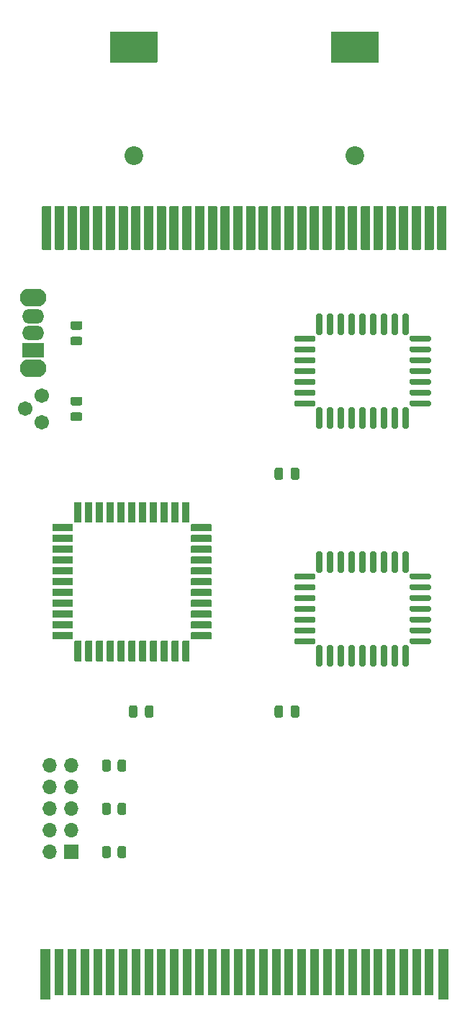
<source format=gts>
%TF.GenerationSoftware,KiCad,Pcbnew,(5.1.10-1-10_14)*%
%TF.CreationDate,2023-03-17T01:48:03+08:00*%
%TF.ProjectId,GB_MemoryBackup_Mainboard,47425f4d-656d-46f7-9279-4261636b7570,1.1*%
%TF.SameCoordinates,Original*%
%TF.FileFunction,Soldermask,Top*%
%TF.FilePolarity,Negative*%
%FSLAX46Y46*%
G04 Gerber Fmt 4.6, Leading zero omitted, Abs format (unit mm)*
G04 Created by KiCad (PCBNEW (5.1.10-1-10_14)) date 2023-03-17 01:48:03*
%MOMM*%
%LPD*%
G01*
G04 APERTURE LIST*
%ADD10R,1.300000X6.000000*%
%ADD11R,1.000000X5.500000*%
%ADD12C,1.702000*%
%ADD13O,3.102000X2.102000*%
%ADD14O,2.602000X1.702000*%
%ADD15R,1.700000X1.700000*%
%ADD16O,1.700000X1.700000*%
%ADD17C,2.200000*%
G04 APERTURE END LIST*
%TO.C,U2*%
G36*
G01*
X97782500Y-79736000D02*
X95641500Y-79736000D01*
G75*
G02*
X95461000Y-79555500I0J180500D01*
G01*
X95461000Y-79194500D01*
G75*
G02*
X95641500Y-79014000I180500J0D01*
G01*
X97782500Y-79014000D01*
G75*
G02*
X97963000Y-79194500I0J-180500D01*
G01*
X97963000Y-79555500D01*
G75*
G02*
X97782500Y-79736000I-180500J0D01*
G01*
G37*
G36*
G01*
X97782500Y-78466000D02*
X95641500Y-78466000D01*
G75*
G02*
X95461000Y-78285500I0J180500D01*
G01*
X95461000Y-77924500D01*
G75*
G02*
X95641500Y-77744000I180500J0D01*
G01*
X97782500Y-77744000D01*
G75*
G02*
X97963000Y-77924500I0J-180500D01*
G01*
X97963000Y-78285500D01*
G75*
G02*
X97782500Y-78466000I-180500J0D01*
G01*
G37*
G36*
G01*
X97782500Y-77196000D02*
X95641500Y-77196000D01*
G75*
G02*
X95461000Y-77015500I0J180500D01*
G01*
X95461000Y-76654500D01*
G75*
G02*
X95641500Y-76474000I180500J0D01*
G01*
X97782500Y-76474000D01*
G75*
G02*
X97963000Y-76654500I0J-180500D01*
G01*
X97963000Y-77015500D01*
G75*
G02*
X97782500Y-77196000I-180500J0D01*
G01*
G37*
G36*
G01*
X98605500Y-76393000D02*
X98244500Y-76393000D01*
G75*
G02*
X98064000Y-76212500I0J180500D01*
G01*
X98064000Y-74071500D01*
G75*
G02*
X98244500Y-73891000I180500J0D01*
G01*
X98605500Y-73891000D01*
G75*
G02*
X98786000Y-74071500I0J-180500D01*
G01*
X98786000Y-76212500D01*
G75*
G02*
X98605500Y-76393000I-180500J0D01*
G01*
G37*
G36*
G01*
X99875500Y-76393000D02*
X99514500Y-76393000D01*
G75*
G02*
X99334000Y-76212500I0J180500D01*
G01*
X99334000Y-74071500D01*
G75*
G02*
X99514500Y-73891000I180500J0D01*
G01*
X99875500Y-73891000D01*
G75*
G02*
X100056000Y-74071500I0J-180500D01*
G01*
X100056000Y-76212500D01*
G75*
G02*
X99875500Y-76393000I-180500J0D01*
G01*
G37*
G36*
G01*
X101145500Y-76393000D02*
X100784500Y-76393000D01*
G75*
G02*
X100604000Y-76212500I0J180500D01*
G01*
X100604000Y-74071500D01*
G75*
G02*
X100784500Y-73891000I180500J0D01*
G01*
X101145500Y-73891000D01*
G75*
G02*
X101326000Y-74071500I0J-180500D01*
G01*
X101326000Y-76212500D01*
G75*
G02*
X101145500Y-76393000I-180500J0D01*
G01*
G37*
G36*
G01*
X102415500Y-76393000D02*
X102054500Y-76393000D01*
G75*
G02*
X101874000Y-76212500I0J180500D01*
G01*
X101874000Y-74071500D01*
G75*
G02*
X102054500Y-73891000I180500J0D01*
G01*
X102415500Y-73891000D01*
G75*
G02*
X102596000Y-74071500I0J-180500D01*
G01*
X102596000Y-76212500D01*
G75*
G02*
X102415500Y-76393000I-180500J0D01*
G01*
G37*
G36*
G01*
X103685500Y-76393000D02*
X103324500Y-76393000D01*
G75*
G02*
X103144000Y-76212500I0J180500D01*
G01*
X103144000Y-74071500D01*
G75*
G02*
X103324500Y-73891000I180500J0D01*
G01*
X103685500Y-73891000D01*
G75*
G02*
X103866000Y-74071500I0J-180500D01*
G01*
X103866000Y-76212500D01*
G75*
G02*
X103685500Y-76393000I-180500J0D01*
G01*
G37*
G36*
G01*
X104955500Y-76393000D02*
X104594500Y-76393000D01*
G75*
G02*
X104414000Y-76212500I0J180500D01*
G01*
X104414000Y-74071500D01*
G75*
G02*
X104594500Y-73891000I180500J0D01*
G01*
X104955500Y-73891000D01*
G75*
G02*
X105136000Y-74071500I0J-180500D01*
G01*
X105136000Y-76212500D01*
G75*
G02*
X104955500Y-76393000I-180500J0D01*
G01*
G37*
G36*
G01*
X106225500Y-76393000D02*
X105864500Y-76393000D01*
G75*
G02*
X105684000Y-76212500I0J180500D01*
G01*
X105684000Y-74071500D01*
G75*
G02*
X105864500Y-73891000I180500J0D01*
G01*
X106225500Y-73891000D01*
G75*
G02*
X106406000Y-74071500I0J-180500D01*
G01*
X106406000Y-76212500D01*
G75*
G02*
X106225500Y-76393000I-180500J0D01*
G01*
G37*
G36*
G01*
X107495500Y-76393000D02*
X107134500Y-76393000D01*
G75*
G02*
X106954000Y-76212500I0J180500D01*
G01*
X106954000Y-74071500D01*
G75*
G02*
X107134500Y-73891000I180500J0D01*
G01*
X107495500Y-73891000D01*
G75*
G02*
X107676000Y-74071500I0J-180500D01*
G01*
X107676000Y-76212500D01*
G75*
G02*
X107495500Y-76393000I-180500J0D01*
G01*
G37*
G36*
G01*
X108765500Y-76393000D02*
X108404500Y-76393000D01*
G75*
G02*
X108224000Y-76212500I0J180500D01*
G01*
X108224000Y-74071500D01*
G75*
G02*
X108404500Y-73891000I180500J0D01*
G01*
X108765500Y-73891000D01*
G75*
G02*
X108946000Y-74071500I0J-180500D01*
G01*
X108946000Y-76212500D01*
G75*
G02*
X108765500Y-76393000I-180500J0D01*
G01*
G37*
G36*
G01*
X111368500Y-77196000D02*
X109227500Y-77196000D01*
G75*
G02*
X109047000Y-77015500I0J180500D01*
G01*
X109047000Y-76654500D01*
G75*
G02*
X109227500Y-76474000I180500J0D01*
G01*
X111368500Y-76474000D01*
G75*
G02*
X111549000Y-76654500I0J-180500D01*
G01*
X111549000Y-77015500D01*
G75*
G02*
X111368500Y-77196000I-180500J0D01*
G01*
G37*
G36*
G01*
X111368500Y-78466000D02*
X109227500Y-78466000D01*
G75*
G02*
X109047000Y-78285500I0J180500D01*
G01*
X109047000Y-77924500D01*
G75*
G02*
X109227500Y-77744000I180500J0D01*
G01*
X111368500Y-77744000D01*
G75*
G02*
X111549000Y-77924500I0J-180500D01*
G01*
X111549000Y-78285500D01*
G75*
G02*
X111368500Y-78466000I-180500J0D01*
G01*
G37*
G36*
G01*
X111368500Y-79736000D02*
X109227500Y-79736000D01*
G75*
G02*
X109047000Y-79555500I0J180500D01*
G01*
X109047000Y-79194500D01*
G75*
G02*
X109227500Y-79014000I180500J0D01*
G01*
X111368500Y-79014000D01*
G75*
G02*
X111549000Y-79194500I0J-180500D01*
G01*
X111549000Y-79555500D01*
G75*
G02*
X111368500Y-79736000I-180500J0D01*
G01*
G37*
G36*
G01*
X111368500Y-81006000D02*
X109227500Y-81006000D01*
G75*
G02*
X109047000Y-80825500I0J180500D01*
G01*
X109047000Y-80464500D01*
G75*
G02*
X109227500Y-80284000I180500J0D01*
G01*
X111368500Y-80284000D01*
G75*
G02*
X111549000Y-80464500I0J-180500D01*
G01*
X111549000Y-80825500D01*
G75*
G02*
X111368500Y-81006000I-180500J0D01*
G01*
G37*
G36*
G01*
X111368500Y-82276000D02*
X109227500Y-82276000D01*
G75*
G02*
X109047000Y-82095500I0J180500D01*
G01*
X109047000Y-81734500D01*
G75*
G02*
X109227500Y-81554000I180500J0D01*
G01*
X111368500Y-81554000D01*
G75*
G02*
X111549000Y-81734500I0J-180500D01*
G01*
X111549000Y-82095500D01*
G75*
G02*
X111368500Y-82276000I-180500J0D01*
G01*
G37*
G36*
G01*
X111368500Y-83546000D02*
X109227500Y-83546000D01*
G75*
G02*
X109047000Y-83365500I0J180500D01*
G01*
X109047000Y-83004500D01*
G75*
G02*
X109227500Y-82824000I180500J0D01*
G01*
X111368500Y-82824000D01*
G75*
G02*
X111549000Y-83004500I0J-180500D01*
G01*
X111549000Y-83365500D01*
G75*
G02*
X111368500Y-83546000I-180500J0D01*
G01*
G37*
G36*
G01*
X111368500Y-84816000D02*
X109227500Y-84816000D01*
G75*
G02*
X109047000Y-84635500I0J180500D01*
G01*
X109047000Y-84274500D01*
G75*
G02*
X109227500Y-84094000I180500J0D01*
G01*
X111368500Y-84094000D01*
G75*
G02*
X111549000Y-84274500I0J-180500D01*
G01*
X111549000Y-84635500D01*
G75*
G02*
X111368500Y-84816000I-180500J0D01*
G01*
G37*
G36*
G01*
X108765500Y-87399000D02*
X108404500Y-87399000D01*
G75*
G02*
X108224000Y-87218500I0J180500D01*
G01*
X108224000Y-85077500D01*
G75*
G02*
X108404500Y-84897000I180500J0D01*
G01*
X108765500Y-84897000D01*
G75*
G02*
X108946000Y-85077500I0J-180500D01*
G01*
X108946000Y-87218500D01*
G75*
G02*
X108765500Y-87399000I-180500J0D01*
G01*
G37*
G36*
G01*
X107495500Y-87399000D02*
X107134500Y-87399000D01*
G75*
G02*
X106954000Y-87218500I0J180500D01*
G01*
X106954000Y-85077500D01*
G75*
G02*
X107134500Y-84897000I180500J0D01*
G01*
X107495500Y-84897000D01*
G75*
G02*
X107676000Y-85077500I0J-180500D01*
G01*
X107676000Y-87218500D01*
G75*
G02*
X107495500Y-87399000I-180500J0D01*
G01*
G37*
G36*
G01*
X106225500Y-87399000D02*
X105864500Y-87399000D01*
G75*
G02*
X105684000Y-87218500I0J180500D01*
G01*
X105684000Y-85077500D01*
G75*
G02*
X105864500Y-84897000I180500J0D01*
G01*
X106225500Y-84897000D01*
G75*
G02*
X106406000Y-85077500I0J-180500D01*
G01*
X106406000Y-87218500D01*
G75*
G02*
X106225500Y-87399000I-180500J0D01*
G01*
G37*
G36*
G01*
X104955500Y-87399000D02*
X104594500Y-87399000D01*
G75*
G02*
X104414000Y-87218500I0J180500D01*
G01*
X104414000Y-85077500D01*
G75*
G02*
X104594500Y-84897000I180500J0D01*
G01*
X104955500Y-84897000D01*
G75*
G02*
X105136000Y-85077500I0J-180500D01*
G01*
X105136000Y-87218500D01*
G75*
G02*
X104955500Y-87399000I-180500J0D01*
G01*
G37*
G36*
G01*
X103685500Y-87399000D02*
X103324500Y-87399000D01*
G75*
G02*
X103144000Y-87218500I0J180500D01*
G01*
X103144000Y-85077500D01*
G75*
G02*
X103324500Y-84897000I180500J0D01*
G01*
X103685500Y-84897000D01*
G75*
G02*
X103866000Y-85077500I0J-180500D01*
G01*
X103866000Y-87218500D01*
G75*
G02*
X103685500Y-87399000I-180500J0D01*
G01*
G37*
G36*
G01*
X102415500Y-87399000D02*
X102054500Y-87399000D01*
G75*
G02*
X101874000Y-87218500I0J180500D01*
G01*
X101874000Y-85077500D01*
G75*
G02*
X102054500Y-84897000I180500J0D01*
G01*
X102415500Y-84897000D01*
G75*
G02*
X102596000Y-85077500I0J-180500D01*
G01*
X102596000Y-87218500D01*
G75*
G02*
X102415500Y-87399000I-180500J0D01*
G01*
G37*
G36*
G01*
X101145500Y-87399000D02*
X100784500Y-87399000D01*
G75*
G02*
X100604000Y-87218500I0J180500D01*
G01*
X100604000Y-85077500D01*
G75*
G02*
X100784500Y-84897000I180500J0D01*
G01*
X101145500Y-84897000D01*
G75*
G02*
X101326000Y-85077500I0J-180500D01*
G01*
X101326000Y-87218500D01*
G75*
G02*
X101145500Y-87399000I-180500J0D01*
G01*
G37*
G36*
G01*
X99875500Y-87399000D02*
X99514500Y-87399000D01*
G75*
G02*
X99334000Y-87218500I0J180500D01*
G01*
X99334000Y-85077500D01*
G75*
G02*
X99514500Y-84897000I180500J0D01*
G01*
X99875500Y-84897000D01*
G75*
G02*
X100056000Y-85077500I0J-180500D01*
G01*
X100056000Y-87218500D01*
G75*
G02*
X99875500Y-87399000I-180500J0D01*
G01*
G37*
G36*
G01*
X98605500Y-87399000D02*
X98244500Y-87399000D01*
G75*
G02*
X98064000Y-87218500I0J180500D01*
G01*
X98064000Y-85077500D01*
G75*
G02*
X98244500Y-84897000I180500J0D01*
G01*
X98605500Y-84897000D01*
G75*
G02*
X98786000Y-85077500I0J-180500D01*
G01*
X98786000Y-87218500D01*
G75*
G02*
X98605500Y-87399000I-180500J0D01*
G01*
G37*
G36*
G01*
X97782500Y-84816000D02*
X95641500Y-84816000D01*
G75*
G02*
X95461000Y-84635500I0J180500D01*
G01*
X95461000Y-84274500D01*
G75*
G02*
X95641500Y-84094000I180500J0D01*
G01*
X97782500Y-84094000D01*
G75*
G02*
X97963000Y-84274500I0J-180500D01*
G01*
X97963000Y-84635500D01*
G75*
G02*
X97782500Y-84816000I-180500J0D01*
G01*
G37*
G36*
G01*
X97782500Y-83546000D02*
X95641500Y-83546000D01*
G75*
G02*
X95461000Y-83365500I0J180500D01*
G01*
X95461000Y-83004500D01*
G75*
G02*
X95641500Y-82824000I180500J0D01*
G01*
X97782500Y-82824000D01*
G75*
G02*
X97963000Y-83004500I0J-180500D01*
G01*
X97963000Y-83365500D01*
G75*
G02*
X97782500Y-83546000I-180500J0D01*
G01*
G37*
G36*
G01*
X97782500Y-82276000D02*
X95641500Y-82276000D01*
G75*
G02*
X95461000Y-82095500I0J180500D01*
G01*
X95461000Y-81734500D01*
G75*
G02*
X95641500Y-81554000I180500J0D01*
G01*
X97782500Y-81554000D01*
G75*
G02*
X97963000Y-81734500I0J-180500D01*
G01*
X97963000Y-82095500D01*
G75*
G02*
X97782500Y-82276000I-180500J0D01*
G01*
G37*
G36*
G01*
X97782500Y-81006000D02*
X95641500Y-81006000D01*
G75*
G02*
X95461000Y-80825500I0J180500D01*
G01*
X95461000Y-80464500D01*
G75*
G02*
X95641500Y-80284000I180500J0D01*
G01*
X97782500Y-80284000D01*
G75*
G02*
X97963000Y-80464500I0J-180500D01*
G01*
X97963000Y-80825500D01*
G75*
G02*
X97782500Y-81006000I-180500J0D01*
G01*
G37*
%TD*%
%TO.C,U1*%
G36*
G01*
X97782500Y-107676000D02*
X95641500Y-107676000D01*
G75*
G02*
X95461000Y-107495500I0J180500D01*
G01*
X95461000Y-107134500D01*
G75*
G02*
X95641500Y-106954000I180500J0D01*
G01*
X97782500Y-106954000D01*
G75*
G02*
X97963000Y-107134500I0J-180500D01*
G01*
X97963000Y-107495500D01*
G75*
G02*
X97782500Y-107676000I-180500J0D01*
G01*
G37*
G36*
G01*
X97782500Y-106406000D02*
X95641500Y-106406000D01*
G75*
G02*
X95461000Y-106225500I0J180500D01*
G01*
X95461000Y-105864500D01*
G75*
G02*
X95641500Y-105684000I180500J0D01*
G01*
X97782500Y-105684000D01*
G75*
G02*
X97963000Y-105864500I0J-180500D01*
G01*
X97963000Y-106225500D01*
G75*
G02*
X97782500Y-106406000I-180500J0D01*
G01*
G37*
G36*
G01*
X97782500Y-105136000D02*
X95641500Y-105136000D01*
G75*
G02*
X95461000Y-104955500I0J180500D01*
G01*
X95461000Y-104594500D01*
G75*
G02*
X95641500Y-104414000I180500J0D01*
G01*
X97782500Y-104414000D01*
G75*
G02*
X97963000Y-104594500I0J-180500D01*
G01*
X97963000Y-104955500D01*
G75*
G02*
X97782500Y-105136000I-180500J0D01*
G01*
G37*
G36*
G01*
X98605500Y-104333000D02*
X98244500Y-104333000D01*
G75*
G02*
X98064000Y-104152500I0J180500D01*
G01*
X98064000Y-102011500D01*
G75*
G02*
X98244500Y-101831000I180500J0D01*
G01*
X98605500Y-101831000D01*
G75*
G02*
X98786000Y-102011500I0J-180500D01*
G01*
X98786000Y-104152500D01*
G75*
G02*
X98605500Y-104333000I-180500J0D01*
G01*
G37*
G36*
G01*
X99875500Y-104333000D02*
X99514500Y-104333000D01*
G75*
G02*
X99334000Y-104152500I0J180500D01*
G01*
X99334000Y-102011500D01*
G75*
G02*
X99514500Y-101831000I180500J0D01*
G01*
X99875500Y-101831000D01*
G75*
G02*
X100056000Y-102011500I0J-180500D01*
G01*
X100056000Y-104152500D01*
G75*
G02*
X99875500Y-104333000I-180500J0D01*
G01*
G37*
G36*
G01*
X101145500Y-104333000D02*
X100784500Y-104333000D01*
G75*
G02*
X100604000Y-104152500I0J180500D01*
G01*
X100604000Y-102011500D01*
G75*
G02*
X100784500Y-101831000I180500J0D01*
G01*
X101145500Y-101831000D01*
G75*
G02*
X101326000Y-102011500I0J-180500D01*
G01*
X101326000Y-104152500D01*
G75*
G02*
X101145500Y-104333000I-180500J0D01*
G01*
G37*
G36*
G01*
X102415500Y-104333000D02*
X102054500Y-104333000D01*
G75*
G02*
X101874000Y-104152500I0J180500D01*
G01*
X101874000Y-102011500D01*
G75*
G02*
X102054500Y-101831000I180500J0D01*
G01*
X102415500Y-101831000D01*
G75*
G02*
X102596000Y-102011500I0J-180500D01*
G01*
X102596000Y-104152500D01*
G75*
G02*
X102415500Y-104333000I-180500J0D01*
G01*
G37*
G36*
G01*
X103685500Y-104333000D02*
X103324500Y-104333000D01*
G75*
G02*
X103144000Y-104152500I0J180500D01*
G01*
X103144000Y-102011500D01*
G75*
G02*
X103324500Y-101831000I180500J0D01*
G01*
X103685500Y-101831000D01*
G75*
G02*
X103866000Y-102011500I0J-180500D01*
G01*
X103866000Y-104152500D01*
G75*
G02*
X103685500Y-104333000I-180500J0D01*
G01*
G37*
G36*
G01*
X104955500Y-104333000D02*
X104594500Y-104333000D01*
G75*
G02*
X104414000Y-104152500I0J180500D01*
G01*
X104414000Y-102011500D01*
G75*
G02*
X104594500Y-101831000I180500J0D01*
G01*
X104955500Y-101831000D01*
G75*
G02*
X105136000Y-102011500I0J-180500D01*
G01*
X105136000Y-104152500D01*
G75*
G02*
X104955500Y-104333000I-180500J0D01*
G01*
G37*
G36*
G01*
X106225500Y-104333000D02*
X105864500Y-104333000D01*
G75*
G02*
X105684000Y-104152500I0J180500D01*
G01*
X105684000Y-102011500D01*
G75*
G02*
X105864500Y-101831000I180500J0D01*
G01*
X106225500Y-101831000D01*
G75*
G02*
X106406000Y-102011500I0J-180500D01*
G01*
X106406000Y-104152500D01*
G75*
G02*
X106225500Y-104333000I-180500J0D01*
G01*
G37*
G36*
G01*
X107495500Y-104333000D02*
X107134500Y-104333000D01*
G75*
G02*
X106954000Y-104152500I0J180500D01*
G01*
X106954000Y-102011500D01*
G75*
G02*
X107134500Y-101831000I180500J0D01*
G01*
X107495500Y-101831000D01*
G75*
G02*
X107676000Y-102011500I0J-180500D01*
G01*
X107676000Y-104152500D01*
G75*
G02*
X107495500Y-104333000I-180500J0D01*
G01*
G37*
G36*
G01*
X108765500Y-104333000D02*
X108404500Y-104333000D01*
G75*
G02*
X108224000Y-104152500I0J180500D01*
G01*
X108224000Y-102011500D01*
G75*
G02*
X108404500Y-101831000I180500J0D01*
G01*
X108765500Y-101831000D01*
G75*
G02*
X108946000Y-102011500I0J-180500D01*
G01*
X108946000Y-104152500D01*
G75*
G02*
X108765500Y-104333000I-180500J0D01*
G01*
G37*
G36*
G01*
X111368500Y-105136000D02*
X109227500Y-105136000D01*
G75*
G02*
X109047000Y-104955500I0J180500D01*
G01*
X109047000Y-104594500D01*
G75*
G02*
X109227500Y-104414000I180500J0D01*
G01*
X111368500Y-104414000D01*
G75*
G02*
X111549000Y-104594500I0J-180500D01*
G01*
X111549000Y-104955500D01*
G75*
G02*
X111368500Y-105136000I-180500J0D01*
G01*
G37*
G36*
G01*
X111368500Y-106406000D02*
X109227500Y-106406000D01*
G75*
G02*
X109047000Y-106225500I0J180500D01*
G01*
X109047000Y-105864500D01*
G75*
G02*
X109227500Y-105684000I180500J0D01*
G01*
X111368500Y-105684000D01*
G75*
G02*
X111549000Y-105864500I0J-180500D01*
G01*
X111549000Y-106225500D01*
G75*
G02*
X111368500Y-106406000I-180500J0D01*
G01*
G37*
G36*
G01*
X111368500Y-107676000D02*
X109227500Y-107676000D01*
G75*
G02*
X109047000Y-107495500I0J180500D01*
G01*
X109047000Y-107134500D01*
G75*
G02*
X109227500Y-106954000I180500J0D01*
G01*
X111368500Y-106954000D01*
G75*
G02*
X111549000Y-107134500I0J-180500D01*
G01*
X111549000Y-107495500D01*
G75*
G02*
X111368500Y-107676000I-180500J0D01*
G01*
G37*
G36*
G01*
X111368500Y-108946000D02*
X109227500Y-108946000D01*
G75*
G02*
X109047000Y-108765500I0J180500D01*
G01*
X109047000Y-108404500D01*
G75*
G02*
X109227500Y-108224000I180500J0D01*
G01*
X111368500Y-108224000D01*
G75*
G02*
X111549000Y-108404500I0J-180500D01*
G01*
X111549000Y-108765500D01*
G75*
G02*
X111368500Y-108946000I-180500J0D01*
G01*
G37*
G36*
G01*
X111368500Y-110216000D02*
X109227500Y-110216000D01*
G75*
G02*
X109047000Y-110035500I0J180500D01*
G01*
X109047000Y-109674500D01*
G75*
G02*
X109227500Y-109494000I180500J0D01*
G01*
X111368500Y-109494000D01*
G75*
G02*
X111549000Y-109674500I0J-180500D01*
G01*
X111549000Y-110035500D01*
G75*
G02*
X111368500Y-110216000I-180500J0D01*
G01*
G37*
G36*
G01*
X111368500Y-111486000D02*
X109227500Y-111486000D01*
G75*
G02*
X109047000Y-111305500I0J180500D01*
G01*
X109047000Y-110944500D01*
G75*
G02*
X109227500Y-110764000I180500J0D01*
G01*
X111368500Y-110764000D01*
G75*
G02*
X111549000Y-110944500I0J-180500D01*
G01*
X111549000Y-111305500D01*
G75*
G02*
X111368500Y-111486000I-180500J0D01*
G01*
G37*
G36*
G01*
X111368500Y-112756000D02*
X109227500Y-112756000D01*
G75*
G02*
X109047000Y-112575500I0J180500D01*
G01*
X109047000Y-112214500D01*
G75*
G02*
X109227500Y-112034000I180500J0D01*
G01*
X111368500Y-112034000D01*
G75*
G02*
X111549000Y-112214500I0J-180500D01*
G01*
X111549000Y-112575500D01*
G75*
G02*
X111368500Y-112756000I-180500J0D01*
G01*
G37*
G36*
G01*
X108765500Y-115339000D02*
X108404500Y-115339000D01*
G75*
G02*
X108224000Y-115158500I0J180500D01*
G01*
X108224000Y-113017500D01*
G75*
G02*
X108404500Y-112837000I180500J0D01*
G01*
X108765500Y-112837000D01*
G75*
G02*
X108946000Y-113017500I0J-180500D01*
G01*
X108946000Y-115158500D01*
G75*
G02*
X108765500Y-115339000I-180500J0D01*
G01*
G37*
G36*
G01*
X107495500Y-115339000D02*
X107134500Y-115339000D01*
G75*
G02*
X106954000Y-115158500I0J180500D01*
G01*
X106954000Y-113017500D01*
G75*
G02*
X107134500Y-112837000I180500J0D01*
G01*
X107495500Y-112837000D01*
G75*
G02*
X107676000Y-113017500I0J-180500D01*
G01*
X107676000Y-115158500D01*
G75*
G02*
X107495500Y-115339000I-180500J0D01*
G01*
G37*
G36*
G01*
X106225500Y-115339000D02*
X105864500Y-115339000D01*
G75*
G02*
X105684000Y-115158500I0J180500D01*
G01*
X105684000Y-113017500D01*
G75*
G02*
X105864500Y-112837000I180500J0D01*
G01*
X106225500Y-112837000D01*
G75*
G02*
X106406000Y-113017500I0J-180500D01*
G01*
X106406000Y-115158500D01*
G75*
G02*
X106225500Y-115339000I-180500J0D01*
G01*
G37*
G36*
G01*
X104955500Y-115339000D02*
X104594500Y-115339000D01*
G75*
G02*
X104414000Y-115158500I0J180500D01*
G01*
X104414000Y-113017500D01*
G75*
G02*
X104594500Y-112837000I180500J0D01*
G01*
X104955500Y-112837000D01*
G75*
G02*
X105136000Y-113017500I0J-180500D01*
G01*
X105136000Y-115158500D01*
G75*
G02*
X104955500Y-115339000I-180500J0D01*
G01*
G37*
G36*
G01*
X103685500Y-115339000D02*
X103324500Y-115339000D01*
G75*
G02*
X103144000Y-115158500I0J180500D01*
G01*
X103144000Y-113017500D01*
G75*
G02*
X103324500Y-112837000I180500J0D01*
G01*
X103685500Y-112837000D01*
G75*
G02*
X103866000Y-113017500I0J-180500D01*
G01*
X103866000Y-115158500D01*
G75*
G02*
X103685500Y-115339000I-180500J0D01*
G01*
G37*
G36*
G01*
X102415500Y-115339000D02*
X102054500Y-115339000D01*
G75*
G02*
X101874000Y-115158500I0J180500D01*
G01*
X101874000Y-113017500D01*
G75*
G02*
X102054500Y-112837000I180500J0D01*
G01*
X102415500Y-112837000D01*
G75*
G02*
X102596000Y-113017500I0J-180500D01*
G01*
X102596000Y-115158500D01*
G75*
G02*
X102415500Y-115339000I-180500J0D01*
G01*
G37*
G36*
G01*
X101145500Y-115339000D02*
X100784500Y-115339000D01*
G75*
G02*
X100604000Y-115158500I0J180500D01*
G01*
X100604000Y-113017500D01*
G75*
G02*
X100784500Y-112837000I180500J0D01*
G01*
X101145500Y-112837000D01*
G75*
G02*
X101326000Y-113017500I0J-180500D01*
G01*
X101326000Y-115158500D01*
G75*
G02*
X101145500Y-115339000I-180500J0D01*
G01*
G37*
G36*
G01*
X99875500Y-115339000D02*
X99514500Y-115339000D01*
G75*
G02*
X99334000Y-115158500I0J180500D01*
G01*
X99334000Y-113017500D01*
G75*
G02*
X99514500Y-112837000I180500J0D01*
G01*
X99875500Y-112837000D01*
G75*
G02*
X100056000Y-113017500I0J-180500D01*
G01*
X100056000Y-115158500D01*
G75*
G02*
X99875500Y-115339000I-180500J0D01*
G01*
G37*
G36*
G01*
X98605500Y-115339000D02*
X98244500Y-115339000D01*
G75*
G02*
X98064000Y-115158500I0J180500D01*
G01*
X98064000Y-113017500D01*
G75*
G02*
X98244500Y-112837000I180500J0D01*
G01*
X98605500Y-112837000D01*
G75*
G02*
X98786000Y-113017500I0J-180500D01*
G01*
X98786000Y-115158500D01*
G75*
G02*
X98605500Y-115339000I-180500J0D01*
G01*
G37*
G36*
G01*
X97782500Y-112756000D02*
X95641500Y-112756000D01*
G75*
G02*
X95461000Y-112575500I0J180500D01*
G01*
X95461000Y-112214500D01*
G75*
G02*
X95641500Y-112034000I180500J0D01*
G01*
X97782500Y-112034000D01*
G75*
G02*
X97963000Y-112214500I0J-180500D01*
G01*
X97963000Y-112575500D01*
G75*
G02*
X97782500Y-112756000I-180500J0D01*
G01*
G37*
G36*
G01*
X97782500Y-111486000D02*
X95641500Y-111486000D01*
G75*
G02*
X95461000Y-111305500I0J180500D01*
G01*
X95461000Y-110944500D01*
G75*
G02*
X95641500Y-110764000I180500J0D01*
G01*
X97782500Y-110764000D01*
G75*
G02*
X97963000Y-110944500I0J-180500D01*
G01*
X97963000Y-111305500D01*
G75*
G02*
X97782500Y-111486000I-180500J0D01*
G01*
G37*
G36*
G01*
X97782500Y-110216000D02*
X95641500Y-110216000D01*
G75*
G02*
X95461000Y-110035500I0J180500D01*
G01*
X95461000Y-109674500D01*
G75*
G02*
X95641500Y-109494000I180500J0D01*
G01*
X97782500Y-109494000D01*
G75*
G02*
X97963000Y-109674500I0J-180500D01*
G01*
X97963000Y-110035500D01*
G75*
G02*
X97782500Y-110216000I-180500J0D01*
G01*
G37*
G36*
G01*
X97782500Y-108946000D02*
X95641500Y-108946000D01*
G75*
G02*
X95461000Y-108765500I0J180500D01*
G01*
X95461000Y-108404500D01*
G75*
G02*
X95641500Y-108224000I180500J0D01*
G01*
X97782500Y-108224000D01*
G75*
G02*
X97963000Y-108404500I0J-180500D01*
G01*
X97963000Y-108765500D01*
G75*
G02*
X97782500Y-108946000I-180500J0D01*
G01*
G37*
%TD*%
D10*
%TO.C,J1*%
X113000000Y-151500000D03*
D11*
X111350000Y-151250000D03*
X109850000Y-151250000D03*
X108350000Y-151250000D03*
X106850000Y-151250000D03*
X105350000Y-151250000D03*
X103850000Y-151250000D03*
X102350000Y-151250000D03*
X100850000Y-151250000D03*
X99350000Y-151250000D03*
X97850000Y-151250000D03*
X96350000Y-151250000D03*
X94850000Y-151250000D03*
X93350000Y-151250000D03*
X91850000Y-151250000D03*
X90350000Y-151250000D03*
X88850000Y-151250000D03*
X87350000Y-151250000D03*
X85850000Y-151250000D03*
X84350000Y-151250000D03*
X82850000Y-151250000D03*
X81350000Y-151250000D03*
X79850000Y-151250000D03*
X78350000Y-151250000D03*
X76850000Y-151250000D03*
X75350000Y-151250000D03*
X73850000Y-151250000D03*
X72350000Y-151250000D03*
X70850000Y-151250000D03*
X69350000Y-151250000D03*
X67850000Y-151250000D03*
D10*
X66200000Y-151500000D03*
%TD*%
D12*
%TO.C,SW2*%
X63795000Y-85090000D03*
X65745000Y-83541000D03*
X65745000Y-86639000D03*
%TD*%
%TO.C,U3*%
G36*
G01*
X70420500Y-98460000D02*
X69660500Y-98460000D01*
G75*
G02*
X69610500Y-98410000I0J50000D01*
G01*
X69610500Y-96110000D01*
G75*
G02*
X69660500Y-96060000I50000J0D01*
G01*
X70420500Y-96060000D01*
G75*
G02*
X70470500Y-96110000I0J-50000D01*
G01*
X70470500Y-98410000D01*
G75*
G02*
X70420500Y-98460000I-50000J0D01*
G01*
G37*
G36*
G01*
X71690500Y-98460000D02*
X70930500Y-98460000D01*
G75*
G02*
X70880500Y-98410000I0J50000D01*
G01*
X70880500Y-96110000D01*
G75*
G02*
X70930500Y-96060000I50000J0D01*
G01*
X71690500Y-96060000D01*
G75*
G02*
X71740500Y-96110000I0J-50000D01*
G01*
X71740500Y-98410000D01*
G75*
G02*
X71690500Y-98460000I-50000J0D01*
G01*
G37*
G36*
G01*
X72960500Y-98460000D02*
X72200500Y-98460000D01*
G75*
G02*
X72150500Y-98410000I0J50000D01*
G01*
X72150500Y-96110000D01*
G75*
G02*
X72200500Y-96060000I50000J0D01*
G01*
X72960500Y-96060000D01*
G75*
G02*
X73010500Y-96110000I0J-50000D01*
G01*
X73010500Y-98410000D01*
G75*
G02*
X72960500Y-98460000I-50000J0D01*
G01*
G37*
G36*
G01*
X74230500Y-98460000D02*
X73470500Y-98460000D01*
G75*
G02*
X73420500Y-98410000I0J50000D01*
G01*
X73420500Y-96110000D01*
G75*
G02*
X73470500Y-96060000I50000J0D01*
G01*
X74230500Y-96060000D01*
G75*
G02*
X74280500Y-96110000I0J-50000D01*
G01*
X74280500Y-98410000D01*
G75*
G02*
X74230500Y-98460000I-50000J0D01*
G01*
G37*
G36*
G01*
X75500500Y-98460000D02*
X74740500Y-98460000D01*
G75*
G02*
X74690500Y-98410000I0J50000D01*
G01*
X74690500Y-96110000D01*
G75*
G02*
X74740500Y-96060000I50000J0D01*
G01*
X75500500Y-96060000D01*
G75*
G02*
X75550500Y-96110000I0J-50000D01*
G01*
X75550500Y-98410000D01*
G75*
G02*
X75500500Y-98460000I-50000J0D01*
G01*
G37*
G36*
G01*
X76770500Y-98460000D02*
X76010500Y-98460000D01*
G75*
G02*
X75960500Y-98410000I0J50000D01*
G01*
X75960500Y-96110000D01*
G75*
G02*
X76010500Y-96060000I50000J0D01*
G01*
X76770500Y-96060000D01*
G75*
G02*
X76820500Y-96110000I0J-50000D01*
G01*
X76820500Y-98410000D01*
G75*
G02*
X76770500Y-98460000I-50000J0D01*
G01*
G37*
G36*
G01*
X78040500Y-98460000D02*
X77280500Y-98460000D01*
G75*
G02*
X77230500Y-98410000I0J50000D01*
G01*
X77230500Y-96110000D01*
G75*
G02*
X77280500Y-96060000I50000J0D01*
G01*
X78040500Y-96060000D01*
G75*
G02*
X78090500Y-96110000I0J-50000D01*
G01*
X78090500Y-98410000D01*
G75*
G02*
X78040500Y-98460000I-50000J0D01*
G01*
G37*
G36*
G01*
X79310500Y-98460000D02*
X78550500Y-98460000D01*
G75*
G02*
X78500500Y-98410000I0J50000D01*
G01*
X78500500Y-96110000D01*
G75*
G02*
X78550500Y-96060000I50000J0D01*
G01*
X79310500Y-96060000D01*
G75*
G02*
X79360500Y-96110000I0J-50000D01*
G01*
X79360500Y-98410000D01*
G75*
G02*
X79310500Y-98460000I-50000J0D01*
G01*
G37*
G36*
G01*
X80580500Y-98460000D02*
X79820500Y-98460000D01*
G75*
G02*
X79770500Y-98410000I0J50000D01*
G01*
X79770500Y-96110000D01*
G75*
G02*
X79820500Y-96060000I50000J0D01*
G01*
X80580500Y-96060000D01*
G75*
G02*
X80630500Y-96110000I0J-50000D01*
G01*
X80630500Y-98410000D01*
G75*
G02*
X80580500Y-98460000I-50000J0D01*
G01*
G37*
G36*
G01*
X81850500Y-98460000D02*
X81090500Y-98460000D01*
G75*
G02*
X81040500Y-98410000I0J50000D01*
G01*
X81040500Y-96110000D01*
G75*
G02*
X81090500Y-96060000I50000J0D01*
G01*
X81850500Y-96060000D01*
G75*
G02*
X81900500Y-96110000I0J-50000D01*
G01*
X81900500Y-98410000D01*
G75*
G02*
X81850500Y-98460000I-50000J0D01*
G01*
G37*
G36*
G01*
X83120500Y-98460000D02*
X82360500Y-98460000D01*
G75*
G02*
X82310500Y-98410000I0J50000D01*
G01*
X82310500Y-96110000D01*
G75*
G02*
X82360500Y-96060000I50000J0D01*
G01*
X83120500Y-96060000D01*
G75*
G02*
X83170500Y-96110000I0J-50000D01*
G01*
X83170500Y-98410000D01*
G75*
G02*
X83120500Y-98460000I-50000J0D01*
G01*
G37*
G36*
G01*
X85690500Y-99490000D02*
X83390500Y-99490000D01*
G75*
G02*
X83340500Y-99440000I0J50000D01*
G01*
X83340500Y-98680000D01*
G75*
G02*
X83390500Y-98630000I50000J0D01*
G01*
X85690500Y-98630000D01*
G75*
G02*
X85740500Y-98680000I0J-50000D01*
G01*
X85740500Y-99440000D01*
G75*
G02*
X85690500Y-99490000I-50000J0D01*
G01*
G37*
G36*
G01*
X85690500Y-100760000D02*
X83390500Y-100760000D01*
G75*
G02*
X83340500Y-100710000I0J50000D01*
G01*
X83340500Y-99950000D01*
G75*
G02*
X83390500Y-99900000I50000J0D01*
G01*
X85690500Y-99900000D01*
G75*
G02*
X85740500Y-99950000I0J-50000D01*
G01*
X85740500Y-100710000D01*
G75*
G02*
X85690500Y-100760000I-50000J0D01*
G01*
G37*
G36*
G01*
X85690500Y-102030000D02*
X83390500Y-102030000D01*
G75*
G02*
X83340500Y-101980000I0J50000D01*
G01*
X83340500Y-101220000D01*
G75*
G02*
X83390500Y-101170000I50000J0D01*
G01*
X85690500Y-101170000D01*
G75*
G02*
X85740500Y-101220000I0J-50000D01*
G01*
X85740500Y-101980000D01*
G75*
G02*
X85690500Y-102030000I-50000J0D01*
G01*
G37*
G36*
G01*
X85690500Y-103300000D02*
X83390500Y-103300000D01*
G75*
G02*
X83340500Y-103250000I0J50000D01*
G01*
X83340500Y-102490000D01*
G75*
G02*
X83390500Y-102440000I50000J0D01*
G01*
X85690500Y-102440000D01*
G75*
G02*
X85740500Y-102490000I0J-50000D01*
G01*
X85740500Y-103250000D01*
G75*
G02*
X85690500Y-103300000I-50000J0D01*
G01*
G37*
G36*
G01*
X85690500Y-104570000D02*
X83390500Y-104570000D01*
G75*
G02*
X83340500Y-104520000I0J50000D01*
G01*
X83340500Y-103760000D01*
G75*
G02*
X83390500Y-103710000I50000J0D01*
G01*
X85690500Y-103710000D01*
G75*
G02*
X85740500Y-103760000I0J-50000D01*
G01*
X85740500Y-104520000D01*
G75*
G02*
X85690500Y-104570000I-50000J0D01*
G01*
G37*
G36*
G01*
X85690500Y-105840000D02*
X83390500Y-105840000D01*
G75*
G02*
X83340500Y-105790000I0J50000D01*
G01*
X83340500Y-105030000D01*
G75*
G02*
X83390500Y-104980000I50000J0D01*
G01*
X85690500Y-104980000D01*
G75*
G02*
X85740500Y-105030000I0J-50000D01*
G01*
X85740500Y-105790000D01*
G75*
G02*
X85690500Y-105840000I-50000J0D01*
G01*
G37*
G36*
G01*
X85690500Y-107110000D02*
X83390500Y-107110000D01*
G75*
G02*
X83340500Y-107060000I0J50000D01*
G01*
X83340500Y-106300000D01*
G75*
G02*
X83390500Y-106250000I50000J0D01*
G01*
X85690500Y-106250000D01*
G75*
G02*
X85740500Y-106300000I0J-50000D01*
G01*
X85740500Y-107060000D01*
G75*
G02*
X85690500Y-107110000I-50000J0D01*
G01*
G37*
G36*
G01*
X85690500Y-108380000D02*
X83390500Y-108380000D01*
G75*
G02*
X83340500Y-108330000I0J50000D01*
G01*
X83340500Y-107570000D01*
G75*
G02*
X83390500Y-107520000I50000J0D01*
G01*
X85690500Y-107520000D01*
G75*
G02*
X85740500Y-107570000I0J-50000D01*
G01*
X85740500Y-108330000D01*
G75*
G02*
X85690500Y-108380000I-50000J0D01*
G01*
G37*
G36*
G01*
X85690500Y-109650000D02*
X83390500Y-109650000D01*
G75*
G02*
X83340500Y-109600000I0J50000D01*
G01*
X83340500Y-108840000D01*
G75*
G02*
X83390500Y-108790000I50000J0D01*
G01*
X85690500Y-108790000D01*
G75*
G02*
X85740500Y-108840000I0J-50000D01*
G01*
X85740500Y-109600000D01*
G75*
G02*
X85690500Y-109650000I-50000J0D01*
G01*
G37*
G36*
G01*
X85690500Y-110920000D02*
X83390500Y-110920000D01*
G75*
G02*
X83340500Y-110870000I0J50000D01*
G01*
X83340500Y-110110000D01*
G75*
G02*
X83390500Y-110060000I50000J0D01*
G01*
X85690500Y-110060000D01*
G75*
G02*
X85740500Y-110110000I0J-50000D01*
G01*
X85740500Y-110870000D01*
G75*
G02*
X85690500Y-110920000I-50000J0D01*
G01*
G37*
G36*
G01*
X85690500Y-112190000D02*
X83390500Y-112190000D01*
G75*
G02*
X83340500Y-112140000I0J50000D01*
G01*
X83340500Y-111380000D01*
G75*
G02*
X83390500Y-111330000I50000J0D01*
G01*
X85690500Y-111330000D01*
G75*
G02*
X85740500Y-111380000I0J-50000D01*
G01*
X85740500Y-112140000D01*
G75*
G02*
X85690500Y-112190000I-50000J0D01*
G01*
G37*
G36*
G01*
X83120500Y-114760000D02*
X82360500Y-114760000D01*
G75*
G02*
X82310500Y-114710000I0J50000D01*
G01*
X82310500Y-112410000D01*
G75*
G02*
X82360500Y-112360000I50000J0D01*
G01*
X83120500Y-112360000D01*
G75*
G02*
X83170500Y-112410000I0J-50000D01*
G01*
X83170500Y-114710000D01*
G75*
G02*
X83120500Y-114760000I-50000J0D01*
G01*
G37*
G36*
G01*
X81850500Y-114760000D02*
X81090500Y-114760000D01*
G75*
G02*
X81040500Y-114710000I0J50000D01*
G01*
X81040500Y-112410000D01*
G75*
G02*
X81090500Y-112360000I50000J0D01*
G01*
X81850500Y-112360000D01*
G75*
G02*
X81900500Y-112410000I0J-50000D01*
G01*
X81900500Y-114710000D01*
G75*
G02*
X81850500Y-114760000I-50000J0D01*
G01*
G37*
G36*
G01*
X80580500Y-114760000D02*
X79820500Y-114760000D01*
G75*
G02*
X79770500Y-114710000I0J50000D01*
G01*
X79770500Y-112410000D01*
G75*
G02*
X79820500Y-112360000I50000J0D01*
G01*
X80580500Y-112360000D01*
G75*
G02*
X80630500Y-112410000I0J-50000D01*
G01*
X80630500Y-114710000D01*
G75*
G02*
X80580500Y-114760000I-50000J0D01*
G01*
G37*
G36*
G01*
X79310500Y-114760000D02*
X78550500Y-114760000D01*
G75*
G02*
X78500500Y-114710000I0J50000D01*
G01*
X78500500Y-112410000D01*
G75*
G02*
X78550500Y-112360000I50000J0D01*
G01*
X79310500Y-112360000D01*
G75*
G02*
X79360500Y-112410000I0J-50000D01*
G01*
X79360500Y-114710000D01*
G75*
G02*
X79310500Y-114760000I-50000J0D01*
G01*
G37*
G36*
G01*
X78040500Y-114760000D02*
X77280500Y-114760000D01*
G75*
G02*
X77230500Y-114710000I0J50000D01*
G01*
X77230500Y-112410000D01*
G75*
G02*
X77280500Y-112360000I50000J0D01*
G01*
X78040500Y-112360000D01*
G75*
G02*
X78090500Y-112410000I0J-50000D01*
G01*
X78090500Y-114710000D01*
G75*
G02*
X78040500Y-114760000I-50000J0D01*
G01*
G37*
G36*
G01*
X76770500Y-114760000D02*
X76010500Y-114760000D01*
G75*
G02*
X75960500Y-114710000I0J50000D01*
G01*
X75960500Y-112410000D01*
G75*
G02*
X76010500Y-112360000I50000J0D01*
G01*
X76770500Y-112360000D01*
G75*
G02*
X76820500Y-112410000I0J-50000D01*
G01*
X76820500Y-114710000D01*
G75*
G02*
X76770500Y-114760000I-50000J0D01*
G01*
G37*
G36*
G01*
X75500500Y-114760000D02*
X74740500Y-114760000D01*
G75*
G02*
X74690500Y-114710000I0J50000D01*
G01*
X74690500Y-112410000D01*
G75*
G02*
X74740500Y-112360000I50000J0D01*
G01*
X75500500Y-112360000D01*
G75*
G02*
X75550500Y-112410000I0J-50000D01*
G01*
X75550500Y-114710000D01*
G75*
G02*
X75500500Y-114760000I-50000J0D01*
G01*
G37*
G36*
G01*
X74230500Y-114760000D02*
X73470500Y-114760000D01*
G75*
G02*
X73420500Y-114710000I0J50000D01*
G01*
X73420500Y-112410000D01*
G75*
G02*
X73470500Y-112360000I50000J0D01*
G01*
X74230500Y-112360000D01*
G75*
G02*
X74280500Y-112410000I0J-50000D01*
G01*
X74280500Y-114710000D01*
G75*
G02*
X74230500Y-114760000I-50000J0D01*
G01*
G37*
G36*
G01*
X72960500Y-114760000D02*
X72200500Y-114760000D01*
G75*
G02*
X72150500Y-114710000I0J50000D01*
G01*
X72150500Y-112410000D01*
G75*
G02*
X72200500Y-112360000I50000J0D01*
G01*
X72960500Y-112360000D01*
G75*
G02*
X73010500Y-112410000I0J-50000D01*
G01*
X73010500Y-114710000D01*
G75*
G02*
X72960500Y-114760000I-50000J0D01*
G01*
G37*
G36*
G01*
X71690500Y-114760000D02*
X70930500Y-114760000D01*
G75*
G02*
X70880500Y-114710000I0J50000D01*
G01*
X70880500Y-112410000D01*
G75*
G02*
X70930500Y-112360000I50000J0D01*
G01*
X71690500Y-112360000D01*
G75*
G02*
X71740500Y-112410000I0J-50000D01*
G01*
X71740500Y-114710000D01*
G75*
G02*
X71690500Y-114760000I-50000J0D01*
G01*
G37*
G36*
G01*
X70420500Y-114760000D02*
X69660500Y-114760000D01*
G75*
G02*
X69610500Y-114710000I0J50000D01*
G01*
X69610500Y-112410000D01*
G75*
G02*
X69660500Y-112360000I50000J0D01*
G01*
X70420500Y-112360000D01*
G75*
G02*
X70470500Y-112410000I0J-50000D01*
G01*
X70470500Y-114710000D01*
G75*
G02*
X70420500Y-114760000I-50000J0D01*
G01*
G37*
G36*
G01*
X69390500Y-99490000D02*
X67090500Y-99490000D01*
G75*
G02*
X67040500Y-99440000I0J50000D01*
G01*
X67040500Y-98680000D01*
G75*
G02*
X67090500Y-98630000I50000J0D01*
G01*
X69390500Y-98630000D01*
G75*
G02*
X69440500Y-98680000I0J-50000D01*
G01*
X69440500Y-99440000D01*
G75*
G02*
X69390500Y-99490000I-50000J0D01*
G01*
G37*
G36*
G01*
X69390500Y-100760000D02*
X67090500Y-100760000D01*
G75*
G02*
X67040500Y-100710000I0J50000D01*
G01*
X67040500Y-99950000D01*
G75*
G02*
X67090500Y-99900000I50000J0D01*
G01*
X69390500Y-99900000D01*
G75*
G02*
X69440500Y-99950000I0J-50000D01*
G01*
X69440500Y-100710000D01*
G75*
G02*
X69390500Y-100760000I-50000J0D01*
G01*
G37*
G36*
G01*
X69390500Y-102030000D02*
X67090500Y-102030000D01*
G75*
G02*
X67040500Y-101980000I0J50000D01*
G01*
X67040500Y-101220000D01*
G75*
G02*
X67090500Y-101170000I50000J0D01*
G01*
X69390500Y-101170000D01*
G75*
G02*
X69440500Y-101220000I0J-50000D01*
G01*
X69440500Y-101980000D01*
G75*
G02*
X69390500Y-102030000I-50000J0D01*
G01*
G37*
G36*
G01*
X69390500Y-103300000D02*
X67090500Y-103300000D01*
G75*
G02*
X67040500Y-103250000I0J50000D01*
G01*
X67040500Y-102490000D01*
G75*
G02*
X67090500Y-102440000I50000J0D01*
G01*
X69390500Y-102440000D01*
G75*
G02*
X69440500Y-102490000I0J-50000D01*
G01*
X69440500Y-103250000D01*
G75*
G02*
X69390500Y-103300000I-50000J0D01*
G01*
G37*
G36*
G01*
X69390500Y-104570000D02*
X67090500Y-104570000D01*
G75*
G02*
X67040500Y-104520000I0J50000D01*
G01*
X67040500Y-103760000D01*
G75*
G02*
X67090500Y-103710000I50000J0D01*
G01*
X69390500Y-103710000D01*
G75*
G02*
X69440500Y-103760000I0J-50000D01*
G01*
X69440500Y-104520000D01*
G75*
G02*
X69390500Y-104570000I-50000J0D01*
G01*
G37*
G36*
G01*
X69390500Y-112190000D02*
X67090500Y-112190000D01*
G75*
G02*
X67040500Y-112140000I0J50000D01*
G01*
X67040500Y-111380000D01*
G75*
G02*
X67090500Y-111330000I50000J0D01*
G01*
X69390500Y-111330000D01*
G75*
G02*
X69440500Y-111380000I0J-50000D01*
G01*
X69440500Y-112140000D01*
G75*
G02*
X69390500Y-112190000I-50000J0D01*
G01*
G37*
G36*
G01*
X69390500Y-110920000D02*
X67090500Y-110920000D01*
G75*
G02*
X67040500Y-110870000I0J50000D01*
G01*
X67040500Y-110110000D01*
G75*
G02*
X67090500Y-110060000I50000J0D01*
G01*
X69390500Y-110060000D01*
G75*
G02*
X69440500Y-110110000I0J-50000D01*
G01*
X69440500Y-110870000D01*
G75*
G02*
X69390500Y-110920000I-50000J0D01*
G01*
G37*
G36*
G01*
X69390500Y-109650000D02*
X67090500Y-109650000D01*
G75*
G02*
X67040500Y-109600000I0J50000D01*
G01*
X67040500Y-108840000D01*
G75*
G02*
X67090500Y-108790000I50000J0D01*
G01*
X69390500Y-108790000D01*
G75*
G02*
X69440500Y-108840000I0J-50000D01*
G01*
X69440500Y-109600000D01*
G75*
G02*
X69390500Y-109650000I-50000J0D01*
G01*
G37*
G36*
G01*
X69390500Y-108380000D02*
X67090500Y-108380000D01*
G75*
G02*
X67040500Y-108330000I0J50000D01*
G01*
X67040500Y-107570000D01*
G75*
G02*
X67090500Y-107520000I50000J0D01*
G01*
X69390500Y-107520000D01*
G75*
G02*
X69440500Y-107570000I0J-50000D01*
G01*
X69440500Y-108330000D01*
G75*
G02*
X69390500Y-108380000I-50000J0D01*
G01*
G37*
G36*
G01*
X69390500Y-107110000D02*
X67090500Y-107110000D01*
G75*
G02*
X67040500Y-107060000I0J50000D01*
G01*
X67040500Y-106300000D01*
G75*
G02*
X67090500Y-106250000I50000J0D01*
G01*
X69390500Y-106250000D01*
G75*
G02*
X69440500Y-106300000I0J-50000D01*
G01*
X69440500Y-107060000D01*
G75*
G02*
X69390500Y-107110000I-50000J0D01*
G01*
G37*
G36*
G01*
X69390500Y-105840000D02*
X67090500Y-105840000D01*
G75*
G02*
X67040500Y-105790000I0J50000D01*
G01*
X67040500Y-105030000D01*
G75*
G02*
X67090500Y-104980000I50000J0D01*
G01*
X69390500Y-104980000D01*
G75*
G02*
X69440500Y-105030000I0J-50000D01*
G01*
X69440500Y-105790000D01*
G75*
G02*
X69390500Y-105840000I-50000J0D01*
G01*
G37*
%TD*%
D13*
%TO.C,SW1*%
X64770000Y-72050000D03*
X64770000Y-80350000D03*
D14*
X64770000Y-74200000D03*
X64770000Y-76200000D03*
G36*
G01*
X66020000Y-79051000D02*
X63520000Y-79051000D01*
G75*
G02*
X63469000Y-79000000I0J51000D01*
G01*
X63469000Y-77400000D01*
G75*
G02*
X63520000Y-77349000I51000J0D01*
G01*
X66020000Y-77349000D01*
G75*
G02*
X66071000Y-77400000I0J-51000D01*
G01*
X66071000Y-79000000D01*
G75*
G02*
X66020000Y-79051000I-51000J0D01*
G01*
G37*
%TD*%
%TO.C,R13*%
G36*
G01*
X74695000Y-137610002D02*
X74695000Y-136709998D01*
G75*
G02*
X74944998Y-136460000I249998J0D01*
G01*
X75470002Y-136460000D01*
G75*
G02*
X75720000Y-136709998I0J-249998D01*
G01*
X75720000Y-137610002D01*
G75*
G02*
X75470002Y-137860000I-249998J0D01*
G01*
X74944998Y-137860000D01*
G75*
G02*
X74695000Y-137610002I0J249998D01*
G01*
G37*
G36*
G01*
X72870000Y-137610002D02*
X72870000Y-136709998D01*
G75*
G02*
X73119998Y-136460000I249998J0D01*
G01*
X73645002Y-136460000D01*
G75*
G02*
X73895000Y-136709998I0J-249998D01*
G01*
X73895000Y-137610002D01*
G75*
G02*
X73645002Y-137860000I-249998J0D01*
G01*
X73119998Y-137860000D01*
G75*
G02*
X72870000Y-137610002I0J249998D01*
G01*
G37*
%TD*%
%TO.C,R12*%
G36*
G01*
X74695000Y-127450002D02*
X74695000Y-126549998D01*
G75*
G02*
X74944998Y-126300000I249998J0D01*
G01*
X75470002Y-126300000D01*
G75*
G02*
X75720000Y-126549998I0J-249998D01*
G01*
X75720000Y-127450002D01*
G75*
G02*
X75470002Y-127700000I-249998J0D01*
G01*
X74944998Y-127700000D01*
G75*
G02*
X74695000Y-127450002I0J249998D01*
G01*
G37*
G36*
G01*
X72870000Y-127450002D02*
X72870000Y-126549998D01*
G75*
G02*
X73119998Y-126300000I249998J0D01*
G01*
X73645002Y-126300000D01*
G75*
G02*
X73895000Y-126549998I0J-249998D01*
G01*
X73895000Y-127450002D01*
G75*
G02*
X73645002Y-127700000I-249998J0D01*
G01*
X73119998Y-127700000D01*
G75*
G02*
X72870000Y-127450002I0J249998D01*
G01*
G37*
%TD*%
%TO.C,R11*%
G36*
G01*
X74695000Y-132530002D02*
X74695000Y-131629998D01*
G75*
G02*
X74944998Y-131380000I249998J0D01*
G01*
X75470002Y-131380000D01*
G75*
G02*
X75720000Y-131629998I0J-249998D01*
G01*
X75720000Y-132530002D01*
G75*
G02*
X75470002Y-132780000I-249998J0D01*
G01*
X74944998Y-132780000D01*
G75*
G02*
X74695000Y-132530002I0J249998D01*
G01*
G37*
G36*
G01*
X72870000Y-132530002D02*
X72870000Y-131629998D01*
G75*
G02*
X73119998Y-131380000I249998J0D01*
G01*
X73645002Y-131380000D01*
G75*
G02*
X73895000Y-131629998I0J-249998D01*
G01*
X73895000Y-132530002D01*
G75*
G02*
X73645002Y-132780000I-249998J0D01*
G01*
X73119998Y-132780000D01*
G75*
G02*
X72870000Y-132530002I0J249998D01*
G01*
G37*
%TD*%
%TO.C,R2*%
G36*
G01*
X69399998Y-85490000D02*
X70300002Y-85490000D01*
G75*
G02*
X70550000Y-85739998I0J-249998D01*
G01*
X70550000Y-86265002D01*
G75*
G02*
X70300002Y-86515000I-249998J0D01*
G01*
X69399998Y-86515000D01*
G75*
G02*
X69150000Y-86265002I0J249998D01*
G01*
X69150000Y-85739998D01*
G75*
G02*
X69399998Y-85490000I249998J0D01*
G01*
G37*
G36*
G01*
X69399998Y-83665000D02*
X70300002Y-83665000D01*
G75*
G02*
X70550000Y-83914998I0J-249998D01*
G01*
X70550000Y-84440002D01*
G75*
G02*
X70300002Y-84690000I-249998J0D01*
G01*
X69399998Y-84690000D01*
G75*
G02*
X69150000Y-84440002I0J249998D01*
G01*
X69150000Y-83914998D01*
G75*
G02*
X69399998Y-83665000I249998J0D01*
G01*
G37*
%TD*%
%TO.C,R1*%
G36*
G01*
X69399998Y-76600000D02*
X70300002Y-76600000D01*
G75*
G02*
X70550000Y-76849998I0J-249998D01*
G01*
X70550000Y-77375002D01*
G75*
G02*
X70300002Y-77625000I-249998J0D01*
G01*
X69399998Y-77625000D01*
G75*
G02*
X69150000Y-77375002I0J249998D01*
G01*
X69150000Y-76849998D01*
G75*
G02*
X69399998Y-76600000I249998J0D01*
G01*
G37*
G36*
G01*
X69399998Y-74775000D02*
X70300002Y-74775000D01*
G75*
G02*
X70550000Y-75024998I0J-249998D01*
G01*
X70550000Y-75550002D01*
G75*
G02*
X70300002Y-75800000I-249998J0D01*
G01*
X69399998Y-75800000D01*
G75*
G02*
X69150000Y-75550002I0J249998D01*
G01*
X69150000Y-75024998D01*
G75*
G02*
X69399998Y-74775000I249998J0D01*
G01*
G37*
%TD*%
D15*
%TO.C,J3*%
X69215000Y-137160000D03*
D16*
X66675000Y-137160000D03*
X69215000Y-134620000D03*
X66675000Y-134620000D03*
X69215000Y-132080000D03*
X66675000Y-132080000D03*
X69215000Y-129540000D03*
X66675000Y-129540000D03*
X69215000Y-127000000D03*
X66675000Y-127000000D03*
%TD*%
%TO.C,J2*%
G36*
G01*
X99799200Y-44340000D02*
X99799200Y-40840000D01*
G75*
G02*
X99850000Y-40789200I50800J0D01*
G01*
X105350000Y-40789200D01*
G75*
G02*
X105400800Y-40840000I0J-50800D01*
G01*
X105400800Y-44340000D01*
G75*
G02*
X105350000Y-44390800I-50800J0D01*
G01*
X99850000Y-44390800D01*
G75*
G02*
X99799200Y-44340000I0J50800D01*
G01*
G37*
G36*
G01*
X73799200Y-44340000D02*
X73799200Y-40840000D01*
G75*
G02*
X73850000Y-40789200I50800J0D01*
G01*
X79350000Y-40789200D01*
G75*
G02*
X79400800Y-40840000I0J-50800D01*
G01*
X79400800Y-44340000D01*
G75*
G02*
X79350000Y-44390800I-50800J0D01*
G01*
X73850000Y-44390800D01*
G75*
G02*
X73799200Y-44340000I0J50800D01*
G01*
G37*
G36*
G01*
X112350000Y-61289200D02*
X113350000Y-61289200D01*
G75*
G02*
X113400800Y-61340000I0J-50800D01*
G01*
X113400800Y-66340000D01*
G75*
G02*
X113350000Y-66390800I-50800J0D01*
G01*
X112350000Y-66390800D01*
G75*
G02*
X112299200Y-66340000I0J50800D01*
G01*
X112299200Y-61340000D01*
G75*
G02*
X112350000Y-61289200I50800J0D01*
G01*
G37*
G36*
G01*
X110850000Y-61289200D02*
X111850000Y-61289200D01*
G75*
G02*
X111900800Y-61340000I0J-50800D01*
G01*
X111900800Y-66340000D01*
G75*
G02*
X111850000Y-66390800I-50800J0D01*
G01*
X110850000Y-66390800D01*
G75*
G02*
X110799200Y-66340000I0J50800D01*
G01*
X110799200Y-61340000D01*
G75*
G02*
X110850000Y-61289200I50800J0D01*
G01*
G37*
G36*
G01*
X109350000Y-61289200D02*
X110350000Y-61289200D01*
G75*
G02*
X110400800Y-61340000I0J-50800D01*
G01*
X110400800Y-66340000D01*
G75*
G02*
X110350000Y-66390800I-50800J0D01*
G01*
X109350000Y-66390800D01*
G75*
G02*
X109299200Y-66340000I0J50800D01*
G01*
X109299200Y-61340000D01*
G75*
G02*
X109350000Y-61289200I50800J0D01*
G01*
G37*
G36*
G01*
X107850000Y-61289200D02*
X108850000Y-61289200D01*
G75*
G02*
X108900800Y-61340000I0J-50800D01*
G01*
X108900800Y-66340000D01*
G75*
G02*
X108850000Y-66390800I-50800J0D01*
G01*
X107850000Y-66390800D01*
G75*
G02*
X107799200Y-66340000I0J50800D01*
G01*
X107799200Y-61340000D01*
G75*
G02*
X107850000Y-61289200I50800J0D01*
G01*
G37*
G36*
G01*
X106350000Y-61289200D02*
X107350000Y-61289200D01*
G75*
G02*
X107400800Y-61340000I0J-50800D01*
G01*
X107400800Y-66340000D01*
G75*
G02*
X107350000Y-66390800I-50800J0D01*
G01*
X106350000Y-66390800D01*
G75*
G02*
X106299200Y-66340000I0J50800D01*
G01*
X106299200Y-61340000D01*
G75*
G02*
X106350000Y-61289200I50800J0D01*
G01*
G37*
G36*
G01*
X104850000Y-61289200D02*
X105850000Y-61289200D01*
G75*
G02*
X105900800Y-61340000I0J-50800D01*
G01*
X105900800Y-66340000D01*
G75*
G02*
X105850000Y-66390800I-50800J0D01*
G01*
X104850000Y-66390800D01*
G75*
G02*
X104799200Y-66340000I0J50800D01*
G01*
X104799200Y-61340000D01*
G75*
G02*
X104850000Y-61289200I50800J0D01*
G01*
G37*
G36*
G01*
X103350000Y-61289200D02*
X104350000Y-61289200D01*
G75*
G02*
X104400800Y-61340000I0J-50800D01*
G01*
X104400800Y-66340000D01*
G75*
G02*
X104350000Y-66390800I-50800J0D01*
G01*
X103350000Y-66390800D01*
G75*
G02*
X103299200Y-66340000I0J50800D01*
G01*
X103299200Y-61340000D01*
G75*
G02*
X103350000Y-61289200I50800J0D01*
G01*
G37*
G36*
G01*
X101850000Y-61289200D02*
X102850000Y-61289200D01*
G75*
G02*
X102900800Y-61340000I0J-50800D01*
G01*
X102900800Y-66340000D01*
G75*
G02*
X102850000Y-66390800I-50800J0D01*
G01*
X101850000Y-66390800D01*
G75*
G02*
X101799200Y-66340000I0J50800D01*
G01*
X101799200Y-61340000D01*
G75*
G02*
X101850000Y-61289200I50800J0D01*
G01*
G37*
G36*
G01*
X100350000Y-61289200D02*
X101350000Y-61289200D01*
G75*
G02*
X101400800Y-61340000I0J-50800D01*
G01*
X101400800Y-66340000D01*
G75*
G02*
X101350000Y-66390800I-50800J0D01*
G01*
X100350000Y-66390800D01*
G75*
G02*
X100299200Y-66340000I0J50800D01*
G01*
X100299200Y-61340000D01*
G75*
G02*
X100350000Y-61289200I50800J0D01*
G01*
G37*
G36*
G01*
X98850000Y-61289200D02*
X99850000Y-61289200D01*
G75*
G02*
X99900800Y-61340000I0J-50800D01*
G01*
X99900800Y-66340000D01*
G75*
G02*
X99850000Y-66390800I-50800J0D01*
G01*
X98850000Y-66390800D01*
G75*
G02*
X98799200Y-66340000I0J50800D01*
G01*
X98799200Y-61340000D01*
G75*
G02*
X98850000Y-61289200I50800J0D01*
G01*
G37*
G36*
G01*
X97350000Y-61289200D02*
X98350000Y-61289200D01*
G75*
G02*
X98400800Y-61340000I0J-50800D01*
G01*
X98400800Y-66340000D01*
G75*
G02*
X98350000Y-66390800I-50800J0D01*
G01*
X97350000Y-66390800D01*
G75*
G02*
X97299200Y-66340000I0J50800D01*
G01*
X97299200Y-61340000D01*
G75*
G02*
X97350000Y-61289200I50800J0D01*
G01*
G37*
G36*
G01*
X95850000Y-61289200D02*
X96850000Y-61289200D01*
G75*
G02*
X96900800Y-61340000I0J-50800D01*
G01*
X96900800Y-66340000D01*
G75*
G02*
X96850000Y-66390800I-50800J0D01*
G01*
X95850000Y-66390800D01*
G75*
G02*
X95799200Y-66340000I0J50800D01*
G01*
X95799200Y-61340000D01*
G75*
G02*
X95850000Y-61289200I50800J0D01*
G01*
G37*
G36*
G01*
X94350000Y-61289200D02*
X95350000Y-61289200D01*
G75*
G02*
X95400800Y-61340000I0J-50800D01*
G01*
X95400800Y-66340000D01*
G75*
G02*
X95350000Y-66390800I-50800J0D01*
G01*
X94350000Y-66390800D01*
G75*
G02*
X94299200Y-66340000I0J50800D01*
G01*
X94299200Y-61340000D01*
G75*
G02*
X94350000Y-61289200I50800J0D01*
G01*
G37*
G36*
G01*
X92850000Y-61289200D02*
X93850000Y-61289200D01*
G75*
G02*
X93900800Y-61340000I0J-50800D01*
G01*
X93900800Y-66340000D01*
G75*
G02*
X93850000Y-66390800I-50800J0D01*
G01*
X92850000Y-66390800D01*
G75*
G02*
X92799200Y-66340000I0J50800D01*
G01*
X92799200Y-61340000D01*
G75*
G02*
X92850000Y-61289200I50800J0D01*
G01*
G37*
G36*
G01*
X91350000Y-61289200D02*
X92350000Y-61289200D01*
G75*
G02*
X92400800Y-61340000I0J-50800D01*
G01*
X92400800Y-66340000D01*
G75*
G02*
X92350000Y-66390800I-50800J0D01*
G01*
X91350000Y-66390800D01*
G75*
G02*
X91299200Y-66340000I0J50800D01*
G01*
X91299200Y-61340000D01*
G75*
G02*
X91350000Y-61289200I50800J0D01*
G01*
G37*
G36*
G01*
X89850000Y-61289200D02*
X90850000Y-61289200D01*
G75*
G02*
X90900800Y-61340000I0J-50800D01*
G01*
X90900800Y-66340000D01*
G75*
G02*
X90850000Y-66390800I-50800J0D01*
G01*
X89850000Y-66390800D01*
G75*
G02*
X89799200Y-66340000I0J50800D01*
G01*
X89799200Y-61340000D01*
G75*
G02*
X89850000Y-61289200I50800J0D01*
G01*
G37*
G36*
G01*
X88350000Y-61289200D02*
X89350000Y-61289200D01*
G75*
G02*
X89400800Y-61340000I0J-50800D01*
G01*
X89400800Y-66340000D01*
G75*
G02*
X89350000Y-66390800I-50800J0D01*
G01*
X88350000Y-66390800D01*
G75*
G02*
X88299200Y-66340000I0J50800D01*
G01*
X88299200Y-61340000D01*
G75*
G02*
X88350000Y-61289200I50800J0D01*
G01*
G37*
G36*
G01*
X86850000Y-61289200D02*
X87850000Y-61289200D01*
G75*
G02*
X87900800Y-61340000I0J-50800D01*
G01*
X87900800Y-66340000D01*
G75*
G02*
X87850000Y-66390800I-50800J0D01*
G01*
X86850000Y-66390800D01*
G75*
G02*
X86799200Y-66340000I0J50800D01*
G01*
X86799200Y-61340000D01*
G75*
G02*
X86850000Y-61289200I50800J0D01*
G01*
G37*
G36*
G01*
X85350000Y-61289200D02*
X86350000Y-61289200D01*
G75*
G02*
X86400800Y-61340000I0J-50800D01*
G01*
X86400800Y-66340000D01*
G75*
G02*
X86350000Y-66390800I-50800J0D01*
G01*
X85350000Y-66390800D01*
G75*
G02*
X85299200Y-66340000I0J50800D01*
G01*
X85299200Y-61340000D01*
G75*
G02*
X85350000Y-61289200I50800J0D01*
G01*
G37*
G36*
G01*
X83850000Y-61289200D02*
X84850000Y-61289200D01*
G75*
G02*
X84900800Y-61340000I0J-50800D01*
G01*
X84900800Y-66340000D01*
G75*
G02*
X84850000Y-66390800I-50800J0D01*
G01*
X83850000Y-66390800D01*
G75*
G02*
X83799200Y-66340000I0J50800D01*
G01*
X83799200Y-61340000D01*
G75*
G02*
X83850000Y-61289200I50800J0D01*
G01*
G37*
G36*
G01*
X82350000Y-61289200D02*
X83350000Y-61289200D01*
G75*
G02*
X83400800Y-61340000I0J-50800D01*
G01*
X83400800Y-66340000D01*
G75*
G02*
X83350000Y-66390800I-50800J0D01*
G01*
X82350000Y-66390800D01*
G75*
G02*
X82299200Y-66340000I0J50800D01*
G01*
X82299200Y-61340000D01*
G75*
G02*
X82350000Y-61289200I50800J0D01*
G01*
G37*
G36*
G01*
X80850000Y-61289200D02*
X81850000Y-61289200D01*
G75*
G02*
X81900800Y-61340000I0J-50800D01*
G01*
X81900800Y-66340000D01*
G75*
G02*
X81850000Y-66390800I-50800J0D01*
G01*
X80850000Y-66390800D01*
G75*
G02*
X80799200Y-66340000I0J50800D01*
G01*
X80799200Y-61340000D01*
G75*
G02*
X80850000Y-61289200I50800J0D01*
G01*
G37*
G36*
G01*
X79350000Y-61289200D02*
X80350000Y-61289200D01*
G75*
G02*
X80400800Y-61340000I0J-50800D01*
G01*
X80400800Y-66340000D01*
G75*
G02*
X80350000Y-66390800I-50800J0D01*
G01*
X79350000Y-66390800D01*
G75*
G02*
X79299200Y-66340000I0J50800D01*
G01*
X79299200Y-61340000D01*
G75*
G02*
X79350000Y-61289200I50800J0D01*
G01*
G37*
G36*
G01*
X77850000Y-61289200D02*
X78850000Y-61289200D01*
G75*
G02*
X78900800Y-61340000I0J-50800D01*
G01*
X78900800Y-66340000D01*
G75*
G02*
X78850000Y-66390800I-50800J0D01*
G01*
X77850000Y-66390800D01*
G75*
G02*
X77799200Y-66340000I0J50800D01*
G01*
X77799200Y-61340000D01*
G75*
G02*
X77850000Y-61289200I50800J0D01*
G01*
G37*
G36*
G01*
X76350000Y-61289200D02*
X77350000Y-61289200D01*
G75*
G02*
X77400800Y-61340000I0J-50800D01*
G01*
X77400800Y-66340000D01*
G75*
G02*
X77350000Y-66390800I-50800J0D01*
G01*
X76350000Y-66390800D01*
G75*
G02*
X76299200Y-66340000I0J50800D01*
G01*
X76299200Y-61340000D01*
G75*
G02*
X76350000Y-61289200I50800J0D01*
G01*
G37*
G36*
G01*
X74850000Y-61289200D02*
X75850000Y-61289200D01*
G75*
G02*
X75900800Y-61340000I0J-50800D01*
G01*
X75900800Y-66340000D01*
G75*
G02*
X75850000Y-66390800I-50800J0D01*
G01*
X74850000Y-66390800D01*
G75*
G02*
X74799200Y-66340000I0J50800D01*
G01*
X74799200Y-61340000D01*
G75*
G02*
X74850000Y-61289200I50800J0D01*
G01*
G37*
G36*
G01*
X73350000Y-61289200D02*
X74350000Y-61289200D01*
G75*
G02*
X74400800Y-61340000I0J-50800D01*
G01*
X74400800Y-66340000D01*
G75*
G02*
X74350000Y-66390800I-50800J0D01*
G01*
X73350000Y-66390800D01*
G75*
G02*
X73299200Y-66340000I0J50800D01*
G01*
X73299200Y-61340000D01*
G75*
G02*
X73350000Y-61289200I50800J0D01*
G01*
G37*
G36*
G01*
X71850000Y-61289200D02*
X72850000Y-61289200D01*
G75*
G02*
X72900800Y-61340000I0J-50800D01*
G01*
X72900800Y-66340000D01*
G75*
G02*
X72850000Y-66390800I-50800J0D01*
G01*
X71850000Y-66390800D01*
G75*
G02*
X71799200Y-66340000I0J50800D01*
G01*
X71799200Y-61340000D01*
G75*
G02*
X71850000Y-61289200I50800J0D01*
G01*
G37*
G36*
G01*
X70350000Y-61289200D02*
X71350000Y-61289200D01*
G75*
G02*
X71400800Y-61340000I0J-50800D01*
G01*
X71400800Y-66340000D01*
G75*
G02*
X71350000Y-66390800I-50800J0D01*
G01*
X70350000Y-66390800D01*
G75*
G02*
X70299200Y-66340000I0J50800D01*
G01*
X70299200Y-61340000D01*
G75*
G02*
X70350000Y-61289200I50800J0D01*
G01*
G37*
G36*
G01*
X68850000Y-61289200D02*
X69850000Y-61289200D01*
G75*
G02*
X69900800Y-61340000I0J-50800D01*
G01*
X69900800Y-66340000D01*
G75*
G02*
X69850000Y-66390800I-50800J0D01*
G01*
X68850000Y-66390800D01*
G75*
G02*
X68799200Y-66340000I0J50800D01*
G01*
X68799200Y-61340000D01*
G75*
G02*
X68850000Y-61289200I50800J0D01*
G01*
G37*
G36*
G01*
X67350000Y-61289200D02*
X68350000Y-61289200D01*
G75*
G02*
X68400800Y-61340000I0J-50800D01*
G01*
X68400800Y-66340000D01*
G75*
G02*
X68350000Y-66390800I-50800J0D01*
G01*
X67350000Y-66390800D01*
G75*
G02*
X67299200Y-66340000I0J50800D01*
G01*
X67299200Y-61340000D01*
G75*
G02*
X67350000Y-61289200I50800J0D01*
G01*
G37*
G36*
G01*
X65850000Y-61289200D02*
X66850000Y-61289200D01*
G75*
G02*
X66900800Y-61340000I0J-50800D01*
G01*
X66900800Y-66340000D01*
G75*
G02*
X66850000Y-66390800I-50800J0D01*
G01*
X65850000Y-66390800D01*
G75*
G02*
X65799200Y-66340000I0J50800D01*
G01*
X65799200Y-61340000D01*
G75*
G02*
X65850000Y-61289200I50800J0D01*
G01*
G37*
D17*
X76600000Y-55340000D03*
X102600000Y-55340000D03*
%TD*%
%TO.C,C3*%
G36*
G01*
X77920000Y-121125000D02*
X77920000Y-120175000D01*
G75*
G02*
X78170000Y-119925000I250000J0D01*
G01*
X78670000Y-119925000D01*
G75*
G02*
X78920000Y-120175000I0J-250000D01*
G01*
X78920000Y-121125000D01*
G75*
G02*
X78670000Y-121375000I-250000J0D01*
G01*
X78170000Y-121375000D01*
G75*
G02*
X77920000Y-121125000I0J250000D01*
G01*
G37*
G36*
G01*
X76020000Y-121125000D02*
X76020000Y-120175000D01*
G75*
G02*
X76270000Y-119925000I250000J0D01*
G01*
X76770000Y-119925000D01*
G75*
G02*
X77020000Y-120175000I0J-250000D01*
G01*
X77020000Y-121125000D01*
G75*
G02*
X76770000Y-121375000I-250000J0D01*
G01*
X76270000Y-121375000D01*
G75*
G02*
X76020000Y-121125000I0J250000D01*
G01*
G37*
%TD*%
%TO.C,C2*%
G36*
G01*
X94165000Y-92235000D02*
X94165000Y-93185000D01*
G75*
G02*
X93915000Y-93435000I-250000J0D01*
G01*
X93415000Y-93435000D01*
G75*
G02*
X93165000Y-93185000I0J250000D01*
G01*
X93165000Y-92235000D01*
G75*
G02*
X93415000Y-91985000I250000J0D01*
G01*
X93915000Y-91985000D01*
G75*
G02*
X94165000Y-92235000I0J-250000D01*
G01*
G37*
G36*
G01*
X96065000Y-92235000D02*
X96065000Y-93185000D01*
G75*
G02*
X95815000Y-93435000I-250000J0D01*
G01*
X95315000Y-93435000D01*
G75*
G02*
X95065000Y-93185000I0J250000D01*
G01*
X95065000Y-92235000D01*
G75*
G02*
X95315000Y-91985000I250000J0D01*
G01*
X95815000Y-91985000D01*
G75*
G02*
X96065000Y-92235000I0J-250000D01*
G01*
G37*
%TD*%
%TO.C,C1*%
G36*
G01*
X94165000Y-120175000D02*
X94165000Y-121125000D01*
G75*
G02*
X93915000Y-121375000I-250000J0D01*
G01*
X93415000Y-121375000D01*
G75*
G02*
X93165000Y-121125000I0J250000D01*
G01*
X93165000Y-120175000D01*
G75*
G02*
X93415000Y-119925000I250000J0D01*
G01*
X93915000Y-119925000D01*
G75*
G02*
X94165000Y-120175000I0J-250000D01*
G01*
G37*
G36*
G01*
X96065000Y-120175000D02*
X96065000Y-121125000D01*
G75*
G02*
X95815000Y-121375000I-250000J0D01*
G01*
X95315000Y-121375000D01*
G75*
G02*
X95065000Y-121125000I0J250000D01*
G01*
X95065000Y-120175000D01*
G75*
G02*
X95315000Y-119925000I250000J0D01*
G01*
X95815000Y-119925000D01*
G75*
G02*
X96065000Y-120175000I0J-250000D01*
G01*
G37*
%TD*%
M02*

</source>
